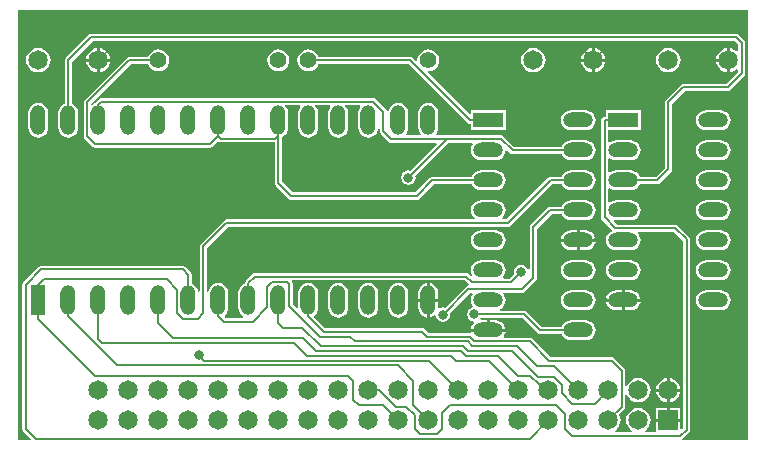
<source format=gbl>
%FSLAX24Y24*%
%MOIN*%
G70*
G01*
G75*
G04 Layer_Physical_Order=2*
G04 Layer_Color=16711680*
%ADD10C,0.0080*%
%ADD11O,0.1000X0.0500*%
%ADD12R,0.1000X0.0500*%
%ADD13C,0.0551*%
%ADD14C,0.0650*%
%ADD15R,0.0500X0.1000*%
%ADD16O,0.0500X0.1000*%
%ADD17R,0.0650X0.0650*%
%ADD18C,0.0320*%
G36*
X44667Y30333D02*
X42481D01*
X42467Y30380D01*
X42487Y30393D01*
Y30393D01*
X42487D01*
D01*
D01*
D01*
D01*
D01*
D01*
X42487D01*
D01*
X42487D01*
Y30393D01*
D01*
D01*
D01*
D01*
Y30393D01*
D01*
D01*
D01*
D01*
D01*
D01*
Y30393D01*
D01*
D01*
X42487D01*
D01*
D01*
D01*
X42697Y30603D01*
X42723Y30643D01*
X42732Y30690D01*
D01*
D01*
D01*
D01*
D01*
X42732D01*
D01*
D01*
D01*
D01*
Y30690D01*
X42732D01*
D01*
Y30690D01*
D01*
D01*
D01*
D01*
D01*
D01*
D01*
D01*
D01*
D01*
D01*
D01*
Y30690D01*
D01*
X42732D01*
D01*
D01*
D01*
D01*
X42732Y30690D01*
Y37030D01*
X42723Y37077D01*
X42697Y37117D01*
X42697Y37117D01*
D01*
D01*
D01*
D01*
X42697Y37117D01*
D01*
D01*
X42697D01*
X42327Y37487D01*
X42287Y37513D01*
X42240Y37522D01*
X40291D01*
X40185Y37628D01*
X40207Y37673D01*
X40250Y37667D01*
X40750D01*
X40836Y37678D01*
X40916Y37712D01*
X40985Y37765D01*
X41038Y37834D01*
X41072Y37914D01*
X41083Y38000D01*
X41072Y38086D01*
X41038Y38166D01*
X40985Y38235D01*
X40916Y38288D01*
X40836Y38322D01*
X40750Y38333D01*
X40250D01*
X40164Y38322D01*
X40084Y38288D01*
X40047Y38260D01*
X40002Y38282D01*
Y38718D01*
X40047Y38740D01*
X40084Y38712D01*
X40164Y38678D01*
X40250Y38667D01*
X40750D01*
X40836Y38678D01*
X40916Y38712D01*
X40985Y38765D01*
X41038Y38834D01*
X41057Y38878D01*
X41640D01*
X41687Y38887D01*
X41727Y38913D01*
Y38913D01*
X41727D01*
D01*
D01*
D01*
D01*
D01*
D01*
X41727D01*
D01*
X41727D01*
Y38913D01*
D01*
D01*
D01*
D01*
Y38913D01*
D01*
D01*
D01*
D01*
D01*
D01*
Y38913D01*
D01*
D01*
X41727D01*
D01*
D01*
D01*
X42087Y39273D01*
X42113Y39313D01*
X42122Y39360D01*
D01*
D01*
D01*
D01*
D01*
X42122D01*
D01*
D01*
D01*
D01*
Y39360D01*
X42122D01*
D01*
Y39360D01*
D01*
D01*
D01*
D01*
D01*
D01*
D01*
D01*
D01*
D01*
D01*
D01*
Y39360D01*
D01*
X42122D01*
D01*
D01*
D01*
D01*
X42122Y39360D01*
Y41549D01*
X42551Y41978D01*
X43990D01*
X44037Y41987D01*
X44077Y42013D01*
Y42013D01*
X44077D01*
D01*
D01*
D01*
D01*
D01*
D01*
X44077D01*
D01*
X44077D01*
Y42013D01*
D01*
D01*
D01*
D01*
Y42013D01*
D01*
D01*
D01*
D01*
D01*
D01*
Y42013D01*
D01*
D01*
X44077D01*
D01*
D01*
D01*
X44537Y42473D01*
X44563Y42513D01*
X44572Y42560D01*
D01*
D01*
D01*
D01*
D01*
X44572D01*
D01*
D01*
D01*
D01*
Y42560D01*
X44572D01*
D01*
Y42560D01*
D01*
D01*
D01*
D01*
D01*
D01*
D01*
D01*
D01*
D01*
D01*
D01*
Y42560D01*
D01*
X44572D01*
D01*
D01*
D01*
D01*
X44572Y42560D01*
Y43570D01*
X44563Y43617D01*
X44552Y43633D01*
X44537Y43657D01*
X44347Y43847D01*
X44307Y43873D01*
X44260Y43882D01*
X22760D01*
X22713Y43873D01*
X22673Y43847D01*
X21913Y43087D01*
X21887Y43047D01*
X21878Y43000D01*
Y41557D01*
X21834Y41538D01*
X21765Y41485D01*
X21712Y41416D01*
X21678Y41336D01*
X21667Y41250D01*
Y40750D01*
X21678Y40664D01*
X21712Y40584D01*
X21765Y40515D01*
X21834Y40462D01*
X21914Y40428D01*
X22000Y40417D01*
X22086Y40428D01*
X22166Y40462D01*
X22235Y40515D01*
X22288Y40584D01*
X22322Y40664D01*
X22333Y40750D01*
Y41250D01*
X22322Y41336D01*
X22288Y41416D01*
X22235Y41485D01*
X22166Y41538D01*
X22122Y41557D01*
Y42949D01*
X22811Y43638D01*
X44209D01*
X44328Y43519D01*
Y43316D01*
X44283Y43293D01*
X44204Y43354D01*
X44106Y43395D01*
X44050Y43402D01*
Y43000D01*
Y42598D01*
X44106Y42605D01*
X44204Y42646D01*
X44283Y42707D01*
X44328Y42684D01*
Y42611D01*
X43939Y42222D01*
X42500D01*
X42453Y42213D01*
X42413Y42187D01*
X41913Y41687D01*
X41887Y41647D01*
X41878Y41600D01*
Y39411D01*
X41589Y39122D01*
X41057D01*
X41038Y39166D01*
X40985Y39235D01*
X40916Y39288D01*
X40836Y39322D01*
X40750Y39333D01*
X40250D01*
X40164Y39322D01*
X40084Y39288D01*
X40047Y39260D01*
X40002Y39282D01*
Y39718D01*
X40047Y39740D01*
X40084Y39712D01*
X40164Y39678D01*
X40250Y39667D01*
X40750D01*
X40836Y39678D01*
X40916Y39712D01*
X40985Y39765D01*
X41038Y39834D01*
X41072Y39914D01*
X41083Y40000D01*
X41072Y40086D01*
X41038Y40166D01*
X40985Y40235D01*
X40916Y40288D01*
X40836Y40322D01*
X40750Y40333D01*
X40250D01*
X40164Y40322D01*
X40084Y40288D01*
X40047Y40260D01*
X40002Y40282D01*
Y40670D01*
X41080D01*
Y41330D01*
X39920D01*
Y41122D01*
X39880D01*
X39833Y41113D01*
X39793Y41087D01*
X39767Y41047D01*
X39758Y41000D01*
Y37760D01*
X39767Y37713D01*
X39793Y37673D01*
X40119Y37348D01*
X40109Y37299D01*
X40084Y37288D01*
X40015Y37235D01*
X39962Y37166D01*
X39928Y37086D01*
X39917Y37000D01*
X39928Y36914D01*
X39962Y36834D01*
X40015Y36765D01*
X40084Y36712D01*
X40164Y36678D01*
X40250Y36667D01*
X40750D01*
X40836Y36678D01*
X40916Y36712D01*
X40985Y36765D01*
X41038Y36834D01*
X41072Y36914D01*
X41083Y37000D01*
X41072Y37086D01*
X41038Y37166D01*
X40985Y37235D01*
X41000Y37278D01*
X42189D01*
X42488Y36979D01*
Y30741D01*
X42451Y30704D01*
X42405Y30723D01*
Y30950D01*
X41595D01*
Y30602D01*
X41225D01*
X41209Y30650D01*
X41289Y30711D01*
X41354Y30796D01*
X41395Y30894D01*
X41409Y31000D01*
X41395Y31106D01*
X41354Y31204D01*
X41289Y31289D01*
X41204Y31354D01*
X41106Y31395D01*
X41000Y31408D01*
X40894Y31395D01*
X40796Y31354D01*
X40711Y31289D01*
X40646Y31204D01*
X40605Y31106D01*
X40592Y31000D01*
X40605Y30894D01*
X40646Y30796D01*
X40711Y30711D01*
X40791Y30650D01*
X40775Y30602D01*
X40225D01*
X40209Y30650D01*
X40289Y30711D01*
X40354Y30796D01*
X40395Y30894D01*
X40408Y31000D01*
X40395Y31106D01*
X40361Y31188D01*
X40537Y31363D01*
X40563Y31403D01*
X40572Y31450D01*
Y31846D01*
X40621Y31856D01*
X40646Y31796D01*
X40711Y31711D01*
X40796Y31646D01*
X40894Y31605D01*
X41000Y31592D01*
X41106Y31605D01*
X41204Y31646D01*
X41289Y31711D01*
X41354Y31796D01*
X41395Y31894D01*
X41409Y32000D01*
X41395Y32106D01*
X41354Y32204D01*
X41289Y32289D01*
X41204Y32354D01*
X41106Y32395D01*
X41000Y32408D01*
X40894Y32395D01*
X40796Y32354D01*
X40711Y32289D01*
X40646Y32204D01*
X40621Y32144D01*
X40572Y32154D01*
Y32640D01*
X40563Y32687D01*
X40537Y32727D01*
X40537Y32727D01*
D01*
D01*
D01*
D01*
X40537Y32727D01*
D01*
D01*
X40537D01*
X40197Y33067D01*
X40157Y33093D01*
X40110Y33102D01*
X38092D01*
X37477Y33717D01*
X37438Y33743D01*
X37391Y33752D01*
X36532D01*
X36510Y33797D01*
X36538Y33834D01*
X36572Y33914D01*
X36576Y33950D01*
X35424D01*
X35424Y33945D01*
X35388Y33911D01*
X35381Y33912D01*
X34011D01*
X33887Y34037D01*
X33847Y34063D01*
X33800Y34072D01*
X30571D01*
X30202Y34441D01*
X30205Y34491D01*
X30235Y34515D01*
X30288Y34584D01*
X30322Y34664D01*
X30333Y34750D01*
Y35250D01*
X30322Y35336D01*
X30288Y35416D01*
X30235Y35485D01*
X30166Y35538D01*
X30086Y35572D01*
X30000Y35583D01*
X29914Y35572D01*
X29834Y35538D01*
X29765Y35485D01*
X29712Y35416D01*
X29678Y35336D01*
X29667Y35250D01*
Y34751D01*
X29621Y34732D01*
X29492Y34861D01*
Y35530D01*
X29483Y35577D01*
X29457Y35617D01*
X29457D01*
D01*
D01*
Y35617D01*
D01*
D01*
D01*
D01*
D01*
D01*
Y35617D01*
X29457D01*
D01*
D01*
D01*
X29474Y35658D01*
X35219D01*
X35363Y35513D01*
X35357Y35492D01*
X35340D01*
X35293Y35483D01*
X35277Y35472D01*
X35253Y35457D01*
X34550Y34753D01*
X34490Y34765D01*
X34396Y34746D01*
X34377Y34733D01*
X34333Y34757D01*
Y34950D01*
X34050D01*
Y34424D01*
X34086Y34428D01*
X34166Y34462D01*
X34207Y34493D01*
X34254Y34476D01*
X34264Y34426D01*
X34317Y34347D01*
X34396Y34294D01*
X34490Y34275D01*
X34584Y34294D01*
X34663Y34347D01*
X34716Y34426D01*
X34735Y34520D01*
X34723Y34580D01*
X35391Y35248D01*
X35468D01*
X35490Y35203D01*
X35462Y35166D01*
X35428Y35086D01*
X35417Y35000D01*
X35428Y34914D01*
X35462Y34834D01*
X35482Y34807D01*
X35465Y34760D01*
X35446Y34756D01*
X35367Y34703D01*
X35314Y34624D01*
X35295Y34530D01*
X35314Y34436D01*
X35367Y34357D01*
X35446Y34304D01*
X35512Y34291D01*
X35523Y34242D01*
X35515Y34235D01*
X35462Y34166D01*
X35428Y34086D01*
X35424Y34050D01*
X35950D01*
Y34333D01*
X35750D01*
X35750Y34333D01*
D01*
X35741Y34399D01*
X35747Y34408D01*
X37149D01*
X37643Y33913D01*
X37683Y33887D01*
X37730Y33878D01*
X38443D01*
X38462Y33834D01*
X38515Y33765D01*
X38584Y33712D01*
X38664Y33678D01*
X38750Y33667D01*
X39250D01*
X39336Y33678D01*
X39416Y33712D01*
X39485Y33765D01*
X39538Y33834D01*
X39572Y33914D01*
X39583Y34000D01*
X39572Y34086D01*
X39538Y34166D01*
X39485Y34235D01*
X39416Y34288D01*
X39336Y34322D01*
X39250Y34333D01*
X38750D01*
X38664Y34322D01*
X38584Y34288D01*
X38515Y34235D01*
X38462Y34166D01*
X38443Y34122D01*
X37781D01*
X37287Y34617D01*
X37247Y34643D01*
X37200Y34652D01*
X36401D01*
X36391Y34701D01*
X36416Y34712D01*
X36485Y34765D01*
X36538Y34834D01*
X36572Y34914D01*
X36583Y35000D01*
X36572Y35086D01*
X36538Y35166D01*
X36485Y35235D01*
X36490Y35248D01*
X37120D01*
X37167Y35257D01*
X37207Y35283D01*
Y35283D01*
X37207D01*
D01*
D01*
D01*
D01*
D01*
D01*
X37207D01*
D01*
X37207D01*
Y35283D01*
D01*
D01*
D01*
D01*
Y35283D01*
D01*
D01*
D01*
D01*
D01*
D01*
Y35283D01*
D01*
D01*
X37207D01*
D01*
D01*
D01*
X37587Y35663D01*
X37613Y35703D01*
X37622Y35750D01*
D01*
D01*
D01*
D01*
D01*
X37622D01*
D01*
D01*
D01*
D01*
Y35750D01*
X37622D01*
D01*
Y35750D01*
D01*
D01*
D01*
D01*
D01*
D01*
D01*
D01*
D01*
D01*
D01*
D01*
Y35750D01*
D01*
X37622D01*
D01*
D01*
D01*
D01*
X37622Y35750D01*
Y37389D01*
X38111Y37878D01*
X38443D01*
X38462Y37834D01*
X38515Y37765D01*
X38584Y37712D01*
X38664Y37678D01*
X38750Y37667D01*
X39250D01*
X39336Y37678D01*
X39416Y37712D01*
X39485Y37765D01*
X39538Y37834D01*
X39572Y37914D01*
X39583Y38000D01*
X39572Y38086D01*
X39538Y38166D01*
X39485Y38235D01*
X39416Y38288D01*
X39336Y38322D01*
X39250Y38333D01*
X38750D01*
X38664Y38322D01*
X38584Y38288D01*
X38515Y38235D01*
X38462Y38166D01*
X38443Y38122D01*
X38060D01*
X38013Y38113D01*
X37997Y38102D01*
X37973Y38087D01*
X37413Y37527D01*
X37387Y37487D01*
X37378Y37440D01*
Y36029D01*
X37328Y36025D01*
X37326Y36034D01*
X37273Y36113D01*
X37194Y36166D01*
X37100Y36185D01*
X37006Y36166D01*
X36927Y36113D01*
X36874Y36034D01*
X36855Y35940D01*
X36867Y35880D01*
X36709Y35722D01*
X36509D01*
X36487Y35767D01*
X36538Y35834D01*
X36572Y35914D01*
X36583Y36000D01*
X36572Y36086D01*
X36538Y36166D01*
X36485Y36235D01*
X36416Y36288D01*
X36336Y36322D01*
X36250Y36333D01*
X35750D01*
X35664Y36322D01*
X35584Y36288D01*
X35515Y36235D01*
X35462Y36166D01*
X35428Y36086D01*
X35417Y36000D01*
X35428Y35914D01*
X35462Y35834D01*
X35467Y35826D01*
X35430Y35793D01*
X35357Y35867D01*
X35317Y35893D01*
X35270Y35902D01*
X28220D01*
X28173Y35893D01*
X28133Y35867D01*
X27913Y35647D01*
X27887Y35607D01*
X27878Y35560D01*
Y35557D01*
X27834Y35538D01*
X27765Y35485D01*
X27712Y35416D01*
X27678Y35336D01*
X27667Y35250D01*
Y34750D01*
X27678Y34664D01*
X27712Y34584D01*
X27765Y34515D01*
X27834Y34462D01*
X27834Y34461D01*
X27825Y34412D01*
X27251D01*
X27213Y34450D01*
X27216Y34500D01*
X27235Y34515D01*
X27288Y34584D01*
X27322Y34664D01*
X27333Y34750D01*
Y35250D01*
X27322Y35336D01*
X27288Y35416D01*
X27235Y35485D01*
X27166Y35538D01*
X27086Y35572D01*
X27000Y35583D01*
X26914Y35572D01*
X26834Y35538D01*
X26765Y35485D01*
X26712Y35416D01*
X26678Y35336D01*
X26672Y35289D01*
X26622Y35292D01*
Y36749D01*
X27321Y37448D01*
X36650D01*
X36697Y37457D01*
X36737Y37483D01*
Y37483D01*
X36737D01*
D01*
D01*
D01*
D01*
D01*
D01*
X36737D01*
D01*
X36737D01*
Y37483D01*
D01*
D01*
D01*
D01*
Y37483D01*
D01*
D01*
D01*
D01*
D01*
D01*
Y37483D01*
D01*
D01*
X36737D01*
D01*
D01*
D01*
X38131Y38878D01*
X38443D01*
X38462Y38834D01*
X38515Y38765D01*
X38584Y38712D01*
X38664Y38678D01*
X38750Y38667D01*
X39250D01*
X39336Y38678D01*
X39416Y38712D01*
X39485Y38765D01*
X39538Y38834D01*
X39572Y38914D01*
X39583Y39000D01*
X39572Y39086D01*
X39538Y39166D01*
X39485Y39235D01*
X39416Y39288D01*
X39336Y39322D01*
X39250Y39333D01*
X38750D01*
X38664Y39322D01*
X38584Y39288D01*
X38515Y39235D01*
X38462Y39166D01*
X38443Y39122D01*
X38080D01*
X38033Y39113D01*
X37993Y39087D01*
X36599Y37692D01*
X36469D01*
X36453Y37740D01*
X36485Y37765D01*
X36538Y37834D01*
X36572Y37914D01*
X36583Y38000D01*
X36572Y38086D01*
X36538Y38166D01*
X36485Y38235D01*
X36416Y38288D01*
X36336Y38322D01*
X36250Y38333D01*
X35750D01*
X35664Y38322D01*
X35584Y38288D01*
X35515Y38235D01*
X35462Y38166D01*
X35428Y38086D01*
X35417Y38000D01*
X35428Y37914D01*
X35462Y37834D01*
X35515Y37765D01*
X35547Y37740D01*
X35531Y37692D01*
X27270D01*
X27223Y37683D01*
X27183Y37657D01*
X26413Y36887D01*
X26387Y36847D01*
X26378Y36800D01*
Y35292D01*
X26328Y35289D01*
X26322Y35336D01*
X26288Y35416D01*
X26235Y35485D01*
X26166Y35538D01*
X26122Y35557D01*
Y35840D01*
X26113Y35887D01*
X26102Y35903D01*
X26087Y35927D01*
X25897Y36117D01*
X25857Y36143D01*
X25810Y36152D01*
X21100D01*
X21053Y36143D01*
X21013Y36117D01*
X20503Y35607D01*
X20477Y35567D01*
X20468Y35520D01*
Y30720D01*
X20468Y30720D01*
X20468D01*
X20477Y30673D01*
X20503Y30633D01*
X20758Y30379D01*
X20739Y30333D01*
X20333D01*
Y44667D01*
X44667D01*
Y30333D01*
D02*
G37*
%LPC*%
G36*
X34050Y35576D02*
Y35050D01*
X34333D01*
Y35250D01*
X34322Y35336D01*
X34288Y35416D01*
X34235Y35485D01*
X34166Y35538D01*
X34086Y35572D01*
X34050Y35576D01*
D02*
G37*
G36*
X40450Y35333D02*
X40250D01*
X40164Y35322D01*
X40084Y35288D01*
X40015Y35235D01*
X39962Y35166D01*
X39928Y35086D01*
X39924Y35050D01*
X40450D01*
Y35333D01*
D02*
G37*
G36*
X41076Y34950D02*
X40550D01*
Y34667D01*
X40750D01*
X40836Y34678D01*
X40916Y34712D01*
X40985Y34765D01*
X41038Y34834D01*
X41072Y34914D01*
X41076Y34950D01*
D02*
G37*
G36*
X43750Y35333D02*
X43250D01*
X43164Y35322D01*
X43084Y35288D01*
X43015Y35235D01*
X42962Y35166D01*
X42928Y35086D01*
X42917Y35000D01*
X42928Y34914D01*
X42962Y34834D01*
X43015Y34765D01*
X43084Y34712D01*
X43164Y34678D01*
X43250Y34667D01*
X43750D01*
X43836Y34678D01*
X43916Y34712D01*
X43985Y34765D01*
X44038Y34834D01*
X44072Y34914D01*
X44083Y35000D01*
X44072Y35086D01*
X44038Y35166D01*
X43985Y35235D01*
X43916Y35288D01*
X43836Y35322D01*
X43750Y35333D01*
D02*
G37*
G36*
X33950Y35576D02*
X33914Y35572D01*
X33834Y35538D01*
X33765Y35485D01*
X33712Y35416D01*
X33678Y35336D01*
X33667Y35250D01*
Y35050D01*
X33950D01*
Y35576D01*
D02*
G37*
G36*
X40750Y35333D02*
X40550D01*
Y35050D01*
X41076D01*
X41072Y35086D01*
X41038Y35166D01*
X40985Y35235D01*
X40916Y35288D01*
X40836Y35322D01*
X40750Y35333D01*
D02*
G37*
G36*
X36250Y37333D02*
X35750D01*
X35664Y37322D01*
X35584Y37288D01*
X35515Y37235D01*
X35462Y37166D01*
X35428Y37086D01*
X35417Y37000D01*
X35428Y36914D01*
X35462Y36834D01*
X35515Y36765D01*
X35584Y36712D01*
X35664Y36678D01*
X35750Y36667D01*
X36250D01*
X36336Y36678D01*
X36416Y36712D01*
X36485Y36765D01*
X36538Y36834D01*
X36572Y36914D01*
X36583Y37000D01*
X36572Y37086D01*
X36538Y37166D01*
X36485Y37235D01*
X36416Y37288D01*
X36336Y37322D01*
X36250Y37333D01*
D02*
G37*
G36*
X38950Y36950D02*
X38424D01*
X38428Y36914D01*
X38462Y36834D01*
X38515Y36765D01*
X38584Y36712D01*
X38664Y36678D01*
X38750Y36667D01*
X38950D01*
Y36950D01*
D02*
G37*
G36*
X39576D02*
X39050D01*
Y36667D01*
X39250D01*
X39336Y36678D01*
X39416Y36712D01*
X39485Y36765D01*
X39538Y36834D01*
X39572Y36914D01*
X39576Y36950D01*
D02*
G37*
G36*
X39250Y36333D02*
X38750D01*
X38664Y36322D01*
X38584Y36288D01*
X38515Y36235D01*
X38462Y36166D01*
X38428Y36086D01*
X38417Y36000D01*
X38428Y35914D01*
X38462Y35834D01*
X38515Y35765D01*
X38584Y35712D01*
X38664Y35678D01*
X38750Y35667D01*
X39250D01*
X39336Y35678D01*
X39416Y35712D01*
X39485Y35765D01*
X39538Y35834D01*
X39572Y35914D01*
X39583Y36000D01*
X39572Y36086D01*
X39538Y36166D01*
X39485Y36235D01*
X39416Y36288D01*
X39336Y36322D01*
X39250Y36333D01*
D02*
G37*
G36*
X40750D02*
X40250D01*
X40164Y36322D01*
X40084Y36288D01*
X40015Y36235D01*
X39962Y36166D01*
X39928Y36086D01*
X39917Y36000D01*
X39928Y35914D01*
X39962Y35834D01*
X40015Y35765D01*
X40084Y35712D01*
X40164Y35678D01*
X40250Y35667D01*
X40750D01*
X40836Y35678D01*
X40916Y35712D01*
X40985Y35765D01*
X41038Y35834D01*
X41072Y35914D01*
X41083Y36000D01*
X41072Y36086D01*
X41038Y36166D01*
X40985Y36235D01*
X40916Y36288D01*
X40836Y36322D01*
X40750Y36333D01*
D02*
G37*
G36*
X43750D02*
X43250D01*
X43164Y36322D01*
X43084Y36288D01*
X43015Y36235D01*
X42962Y36166D01*
X42928Y36086D01*
X42917Y36000D01*
X42928Y35914D01*
X42962Y35834D01*
X43015Y35765D01*
X43084Y35712D01*
X43164Y35678D01*
X43250Y35667D01*
X43750D01*
X43836Y35678D01*
X43916Y35712D01*
X43985Y35765D01*
X44038Y35834D01*
X44072Y35914D01*
X44083Y36000D01*
X44072Y36086D01*
X44038Y36166D01*
X43985Y36235D01*
X43916Y36288D01*
X43836Y36322D01*
X43750Y36333D01*
D02*
G37*
G36*
X42402Y31950D02*
X42050D01*
Y31598D01*
X42106Y31605D01*
X42204Y31646D01*
X42289Y31711D01*
X42354Y31796D01*
X42395Y31894D01*
X42402Y31950D01*
D02*
G37*
G36*
X41950Y32402D02*
X41894Y32395D01*
X41796Y32354D01*
X41711Y32289D01*
X41646Y32204D01*
X41605Y32106D01*
X41598Y32050D01*
X41950D01*
Y32402D01*
D02*
G37*
G36*
X42050D02*
Y32050D01*
X42402D01*
X42395Y32106D01*
X42354Y32204D01*
X42289Y32289D01*
X42204Y32354D01*
X42106Y32395D01*
X42050Y32402D01*
D02*
G37*
G36*
X41950Y31405D02*
X41595D01*
Y31050D01*
X41950D01*
Y31405D01*
D02*
G37*
G36*
X42405D02*
X42050D01*
Y31050D01*
X42405D01*
Y31405D01*
D02*
G37*
G36*
X41950Y31950D02*
X41598D01*
X41605Y31894D01*
X41646Y31796D01*
X41711Y31711D01*
X41796Y31646D01*
X41894Y31605D01*
X41950Y31598D01*
Y31950D01*
D02*
G37*
G36*
X36250Y34333D02*
X36050D01*
Y34050D01*
X36576D01*
X36572Y34086D01*
X36538Y34166D01*
X36485Y34235D01*
X36416Y34288D01*
X36336Y34322D01*
X36250Y34333D01*
D02*
G37*
G36*
X33950Y34950D02*
X33667D01*
Y34750D01*
X33678Y34664D01*
X33712Y34584D01*
X33765Y34515D01*
X33834Y34462D01*
X33914Y34428D01*
X33950Y34424D01*
Y34950D01*
D02*
G37*
G36*
X39250Y35333D02*
X38750D01*
X38664Y35322D01*
X38584Y35288D01*
X38515Y35235D01*
X38462Y35166D01*
X38428Y35086D01*
X38417Y35000D01*
X38428Y34914D01*
X38462Y34834D01*
X38515Y34765D01*
X38584Y34712D01*
X38664Y34678D01*
X38750Y34667D01*
X39250D01*
X39336Y34678D01*
X39416Y34712D01*
X39485Y34765D01*
X39538Y34834D01*
X39572Y34914D01*
X39583Y35000D01*
X39572Y35086D01*
X39538Y35166D01*
X39485Y35235D01*
X39416Y35288D01*
X39336Y35322D01*
X39250Y35333D01*
D02*
G37*
G36*
X40450Y34950D02*
X39924D01*
X39928Y34914D01*
X39962Y34834D01*
X40015Y34765D01*
X40084Y34712D01*
X40164Y34678D01*
X40250Y34667D01*
X40450D01*
Y34950D01*
D02*
G37*
G36*
X31000Y35583D02*
X30914Y35572D01*
X30834Y35538D01*
X30765Y35485D01*
X30712Y35416D01*
X30678Y35336D01*
X30667Y35250D01*
Y34750D01*
X30678Y34664D01*
X30712Y34584D01*
X30765Y34515D01*
X30834Y34462D01*
X30914Y34428D01*
X31000Y34417D01*
X31086Y34428D01*
X31166Y34462D01*
X31235Y34515D01*
X31288Y34584D01*
X31322Y34664D01*
X31333Y34750D01*
Y35250D01*
X31322Y35336D01*
X31288Y35416D01*
X31235Y35485D01*
X31166Y35538D01*
X31086Y35572D01*
X31000Y35583D01*
D02*
G37*
G36*
X32000D02*
X31914Y35572D01*
X31834Y35538D01*
X31765Y35485D01*
X31712Y35416D01*
X31678Y35336D01*
X31667Y35250D01*
Y34750D01*
X31678Y34664D01*
X31712Y34584D01*
X31765Y34515D01*
X31834Y34462D01*
X31914Y34428D01*
X32000Y34417D01*
X32086Y34428D01*
X32166Y34462D01*
X32235Y34515D01*
X32288Y34584D01*
X32322Y34664D01*
X32333Y34750D01*
Y35250D01*
X32322Y35336D01*
X32288Y35416D01*
X32235Y35485D01*
X32166Y35538D01*
X32086Y35572D01*
X32000Y35583D01*
D02*
G37*
G36*
X33000D02*
X32914Y35572D01*
X32834Y35538D01*
X32765Y35485D01*
X32712Y35416D01*
X32678Y35336D01*
X32667Y35250D01*
Y34750D01*
X32678Y34664D01*
X32712Y34584D01*
X32765Y34515D01*
X32834Y34462D01*
X32914Y34428D01*
X33000Y34417D01*
X33086Y34428D01*
X33166Y34462D01*
X33235Y34515D01*
X33288Y34584D01*
X33322Y34664D01*
X33333Y34750D01*
Y35250D01*
X33322Y35336D01*
X33288Y35416D01*
X33235Y35485D01*
X33166Y35538D01*
X33086Y35572D01*
X33000Y35583D01*
D02*
G37*
G36*
X43950Y42950D02*
X43598D01*
X43605Y42894D01*
X43646Y42796D01*
X43711Y42711D01*
X43796Y42646D01*
X43894Y42605D01*
X43950Y42598D01*
Y42950D01*
D02*
G37*
G36*
X25000Y43359D02*
X24907Y43346D01*
X24821Y43311D01*
X24746Y43254D01*
X24689Y43179D01*
X24666Y43122D01*
X24030D01*
X23983Y43113D01*
X23943Y43087D01*
X22543Y41687D01*
X22517Y41647D01*
X22508Y41600D01*
Y40460D01*
X22508Y40460D01*
X22508Y40460D01*
X22517Y40413D01*
X22543Y40373D01*
X22793Y40123D01*
X22793Y40123D01*
X22793D01*
X22793Y40123D01*
D01*
X22793D01*
D01*
D01*
Y40123D01*
Y40123D01*
X22793Y40123D01*
D01*
D01*
X22793D01*
Y40123D01*
X22833Y40097D01*
X22880Y40088D01*
X26730D01*
X26777Y40097D01*
X26817Y40123D01*
Y40123D01*
X26817D01*
D01*
D01*
D01*
D01*
D01*
D01*
X26817D01*
D01*
X26817D01*
Y40123D01*
D01*
D01*
D01*
D01*
Y40123D01*
D01*
D01*
D01*
Y40123D01*
D01*
D01*
X26817D01*
D01*
D01*
D01*
X27000Y40307D01*
X27013Y40293D01*
X27053Y40267D01*
X27100Y40258D01*
X28878D01*
Y38910D01*
X28878Y38910D01*
X28878D01*
X28887Y38863D01*
X28913Y38823D01*
X29353Y38383D01*
X29393Y38357D01*
X29440Y38348D01*
X33610D01*
X33657Y38357D01*
X33697Y38383D01*
Y38383D01*
X33697D01*
D01*
D01*
D01*
D01*
D01*
D01*
X33697D01*
D01*
X33697D01*
Y38383D01*
D01*
D01*
D01*
D01*
Y38383D01*
D01*
D01*
D01*
Y38383D01*
D01*
D01*
X33697D01*
D01*
D01*
D01*
X34191Y38878D01*
X35443D01*
X35462Y38834D01*
X35515Y38765D01*
X35584Y38712D01*
X35664Y38678D01*
X35750Y38667D01*
X36250D01*
X36336Y38678D01*
X36416Y38712D01*
X36485Y38765D01*
X36538Y38834D01*
X36572Y38914D01*
X36583Y39000D01*
X36572Y39086D01*
X36538Y39166D01*
X36485Y39235D01*
X36416Y39288D01*
X36336Y39322D01*
X36250Y39333D01*
X35750D01*
X35664Y39322D01*
X35584Y39288D01*
X35515Y39235D01*
X35462Y39166D01*
X35443Y39122D01*
X34140D01*
X34093Y39113D01*
X34053Y39087D01*
X33559Y38592D01*
X29491D01*
X29122Y38961D01*
Y40443D01*
X29166Y40462D01*
X29235Y40515D01*
X29288Y40584D01*
X29322Y40664D01*
X29333Y40750D01*
Y41250D01*
X29322Y41336D01*
X29288Y41416D01*
X29235Y41485D01*
X29240Y41498D01*
X29718D01*
X29740Y41453D01*
X29712Y41416D01*
X29678Y41336D01*
X29667Y41250D01*
Y40750D01*
X29678Y40664D01*
X29712Y40584D01*
X29765Y40515D01*
X29834Y40462D01*
X29914Y40428D01*
X30000Y40417D01*
X30086Y40428D01*
X30166Y40462D01*
X30235Y40515D01*
X30288Y40584D01*
X30322Y40664D01*
X30333Y40750D01*
Y41250D01*
X30322Y41336D01*
X30288Y41416D01*
X30235Y41485D01*
X30240Y41498D01*
X30718D01*
X30740Y41453D01*
X30712Y41416D01*
X30678Y41336D01*
X30667Y41250D01*
Y40750D01*
X30678Y40664D01*
X30712Y40584D01*
X30765Y40515D01*
X30834Y40462D01*
X30914Y40428D01*
X31000Y40417D01*
X31086Y40428D01*
X31166Y40462D01*
X31235Y40515D01*
X31288Y40584D01*
X31322Y40664D01*
X31333Y40750D01*
Y41250D01*
X31322Y41336D01*
X31288Y41416D01*
X31235Y41485D01*
X31240Y41498D01*
X31718D01*
X31740Y41453D01*
X31712Y41416D01*
X31678Y41336D01*
X31667Y41250D01*
Y40750D01*
X31678Y40664D01*
X31712Y40584D01*
X31765Y40515D01*
X31834Y40462D01*
X31914Y40428D01*
X32000Y40417D01*
X32086Y40428D01*
X32166Y40462D01*
X32235Y40515D01*
X32288Y40584D01*
X32322Y40664D01*
X32328Y40711D01*
X32378Y40708D01*
Y40640D01*
X32378Y40640D01*
X32378D01*
X32387Y40593D01*
X32413Y40553D01*
X32683Y40283D01*
X32723Y40257D01*
X32770Y40248D01*
X34259D01*
X34278Y40201D01*
X33400Y39323D01*
X33340Y39335D01*
X33246Y39316D01*
X33167Y39263D01*
X33114Y39184D01*
X33095Y39090D01*
X33114Y38996D01*
X33167Y38917D01*
X33246Y38864D01*
X33340Y38845D01*
X33434Y38864D01*
X33513Y38917D01*
X33566Y38996D01*
X33585Y39090D01*
X33573Y39150D01*
X34671Y40248D01*
X35468D01*
X35490Y40203D01*
X35462Y40166D01*
X35428Y40086D01*
X35417Y40000D01*
X35428Y39914D01*
X35462Y39834D01*
X35515Y39765D01*
X35584Y39712D01*
X35664Y39678D01*
X35750Y39667D01*
X36250D01*
X36336Y39678D01*
X36416Y39712D01*
X36485Y39765D01*
X36538Y39834D01*
X36572Y39914D01*
X36582Y39992D01*
X36629Y40008D01*
X36723Y39913D01*
X36723Y39913D01*
X36723D01*
X36723Y39913D01*
D01*
X36723D01*
D01*
D01*
Y39913D01*
Y39913D01*
X36723Y39913D01*
D01*
D01*
X36723D01*
Y39913D01*
X36763Y39887D01*
X36810Y39878D01*
X38443D01*
X38462Y39834D01*
X38515Y39765D01*
X38584Y39712D01*
X38664Y39678D01*
X38750Y39667D01*
X39250D01*
X39336Y39678D01*
X39416Y39712D01*
X39485Y39765D01*
X39538Y39834D01*
X39572Y39914D01*
X39583Y40000D01*
X39572Y40086D01*
X39538Y40166D01*
X39485Y40235D01*
X39416Y40288D01*
X39336Y40322D01*
X39250Y40333D01*
X38750D01*
X38664Y40322D01*
X38584Y40288D01*
X38515Y40235D01*
X38462Y40166D01*
X38443Y40122D01*
X36861D01*
X36527Y40457D01*
X36487Y40483D01*
X36440Y40492D01*
X34275D01*
X34253Y40537D01*
X34288Y40584D01*
X34322Y40664D01*
X34333Y40750D01*
Y41250D01*
X34322Y41336D01*
X34288Y41416D01*
X34235Y41485D01*
X34166Y41538D01*
X34086Y41572D01*
X34000Y41583D01*
X33914Y41572D01*
X33834Y41538D01*
X33765Y41485D01*
X33712Y41416D01*
X33678Y41336D01*
X33667Y41250D01*
Y40750D01*
X33678Y40664D01*
X33712Y40584D01*
X33747Y40537D01*
X33725Y40492D01*
X33275D01*
X33253Y40537D01*
X33288Y40584D01*
X33322Y40664D01*
X33333Y40750D01*
Y41250D01*
X33322Y41336D01*
X33288Y41416D01*
X33235Y41485D01*
X33166Y41538D01*
X33086Y41572D01*
X33000Y41583D01*
X32914Y41572D01*
X32834Y41538D01*
X32765Y41485D01*
X32712Y41416D01*
X32678Y41336D01*
X32672Y41285D01*
X32622Y41283D01*
X32613Y41327D01*
X32587Y41367D01*
Y41367D01*
D01*
D01*
D01*
X32587D01*
X32587D01*
Y41367D01*
D01*
D01*
D01*
D01*
X32587D01*
D01*
D01*
D01*
X32587D01*
X32247Y41707D01*
X32207Y41733D01*
X32160Y41742D01*
X23100D01*
X23053Y41733D01*
X23013Y41707D01*
X22913Y41607D01*
X22887Y41567D01*
X22886Y41560D01*
X22834Y41538D01*
X22797Y41510D01*
X22752Y41532D01*
Y41549D01*
X24081Y42878D01*
X24666D01*
X24689Y42821D01*
X24746Y42746D01*
X24821Y42689D01*
X24907Y42654D01*
X25000Y42641D01*
X25093Y42654D01*
X25179Y42689D01*
X25254Y42746D01*
X25311Y42821D01*
X25346Y42907D01*
X25359Y43000D01*
X25346Y43093D01*
X25311Y43179D01*
X25254Y43254D01*
X25179Y43311D01*
X25093Y43346D01*
X25000Y43359D01*
D02*
G37*
G36*
X29000D02*
X28907Y43346D01*
X28821Y43311D01*
X28746Y43254D01*
X28689Y43179D01*
X28654Y43093D01*
X28641Y43000D01*
X28654Y42907D01*
X28689Y42821D01*
X28746Y42746D01*
X28821Y42689D01*
X28907Y42654D01*
X29000Y42641D01*
X29093Y42654D01*
X29179Y42689D01*
X29254Y42746D01*
X29311Y42821D01*
X29346Y42907D01*
X29359Y43000D01*
X29346Y43093D01*
X29311Y43179D01*
X29254Y43254D01*
X29179Y43311D01*
X29093Y43346D01*
X29000Y43359D01*
D02*
G37*
G36*
X23402Y42950D02*
X23050D01*
Y42598D01*
X23106Y42605D01*
X23204Y42646D01*
X23289Y42711D01*
X23354Y42796D01*
X23395Y42894D01*
X23402Y42950D01*
D02*
G37*
G36*
X39450D02*
X39098D01*
X39105Y42894D01*
X39146Y42796D01*
X39211Y42711D01*
X39296Y42646D01*
X39394Y42605D01*
X39450Y42598D01*
Y42950D01*
D02*
G37*
G36*
X39902D02*
X39550D01*
Y42598D01*
X39606Y42605D01*
X39704Y42646D01*
X39789Y42711D01*
X39854Y42796D01*
X39895Y42894D01*
X39902Y42950D01*
D02*
G37*
G36*
X39450Y43402D02*
X39394Y43395D01*
X39296Y43354D01*
X39211Y43289D01*
X39146Y43204D01*
X39105Y43106D01*
X39098Y43050D01*
X39450D01*
Y43402D01*
D02*
G37*
G36*
X39550D02*
Y43050D01*
X39902D01*
X39895Y43106D01*
X39854Y43204D01*
X39789Y43289D01*
X39704Y43354D01*
X39606Y43395D01*
X39550Y43402D01*
D02*
G37*
G36*
X43950D02*
X43894Y43395D01*
X43796Y43354D01*
X43711Y43289D01*
X43646Y43204D01*
X43605Y43106D01*
X43598Y43050D01*
X43950D01*
Y43402D01*
D02*
G37*
G36*
X34000Y43359D02*
X33907Y43346D01*
X33821Y43311D01*
X33746Y43254D01*
X33689Y43179D01*
X33654Y43093D01*
X33641Y43000D01*
X33642Y42998D01*
X33597Y42976D01*
X33487Y43087D01*
X33447Y43113D01*
X33400Y43122D01*
X30334D01*
X30311Y43179D01*
X30254Y43254D01*
X30179Y43311D01*
X30093Y43346D01*
X30000Y43359D01*
X29907Y43346D01*
X29821Y43311D01*
X29746Y43254D01*
X29689Y43179D01*
X29654Y43093D01*
X29641Y43000D01*
X29654Y42907D01*
X29689Y42821D01*
X29746Y42746D01*
X29821Y42689D01*
X29907Y42654D01*
X30000Y42641D01*
X30093Y42654D01*
X30179Y42689D01*
X30254Y42746D01*
X30311Y42821D01*
X30334Y42878D01*
X33349D01*
X35313Y40913D01*
X35313Y40913D01*
X35313D01*
X35313Y40913D01*
D01*
X35313D01*
D01*
D01*
Y40913D01*
Y40913D01*
X35313Y40913D01*
D01*
D01*
X35313D01*
Y40913D01*
X35353Y40887D01*
X35400Y40878D01*
X35420D01*
Y40670D01*
X36580D01*
Y41330D01*
X35420D01*
Y41218D01*
X35374Y41199D01*
X33976Y42597D01*
X33998Y42642D01*
X34000Y42641D01*
X34093Y42654D01*
X34179Y42689D01*
X34254Y42746D01*
X34311Y42821D01*
X34346Y42907D01*
X34359Y43000D01*
X34346Y43093D01*
X34311Y43179D01*
X34254Y43254D01*
X34179Y43311D01*
X34093Y43346D01*
X34000Y43359D01*
D02*
G37*
G36*
X22950Y43402D02*
X22894Y43395D01*
X22796Y43354D01*
X22711Y43289D01*
X22646Y43204D01*
X22605Y43106D01*
X22598Y43050D01*
X22950D01*
Y43402D01*
D02*
G37*
G36*
X23050D02*
Y43050D01*
X23402D01*
X23395Y43106D01*
X23354Y43204D01*
X23289Y43289D01*
X23204Y43354D01*
X23106Y43395D01*
X23050Y43402D01*
D02*
G37*
G36*
X22950Y42950D02*
X22598D01*
X22605Y42894D01*
X22646Y42796D01*
X22711Y42711D01*
X22796Y42646D01*
X22894Y42605D01*
X22950Y42598D01*
Y42950D01*
D02*
G37*
G36*
X43750Y38333D02*
X43250D01*
X43164Y38322D01*
X43084Y38288D01*
X43015Y38235D01*
X42962Y38166D01*
X42928Y38086D01*
X42917Y38000D01*
X42928Y37914D01*
X42962Y37834D01*
X43015Y37765D01*
X43084Y37712D01*
X43164Y37678D01*
X43250Y37667D01*
X43750D01*
X43836Y37678D01*
X43916Y37712D01*
X43985Y37765D01*
X44038Y37834D01*
X44072Y37914D01*
X44083Y38000D01*
X44072Y38086D01*
X44038Y38166D01*
X43985Y38235D01*
X43916Y38288D01*
X43836Y38322D01*
X43750Y38333D01*
D02*
G37*
G36*
Y39333D02*
X43250D01*
X43164Y39322D01*
X43084Y39288D01*
X43015Y39235D01*
X42962Y39166D01*
X42928Y39086D01*
X42917Y39000D01*
X42928Y38914D01*
X42962Y38834D01*
X43015Y38765D01*
X43084Y38712D01*
X43164Y38678D01*
X43250Y38667D01*
X43750D01*
X43836Y38678D01*
X43916Y38712D01*
X43985Y38765D01*
X44038Y38834D01*
X44072Y38914D01*
X44083Y39000D01*
X44072Y39086D01*
X44038Y39166D01*
X43985Y39235D01*
X43916Y39288D01*
X43836Y39322D01*
X43750Y39333D01*
D02*
G37*
G36*
Y40333D02*
X43250D01*
X43164Y40322D01*
X43084Y40288D01*
X43015Y40235D01*
X42962Y40166D01*
X42928Y40086D01*
X42917Y40000D01*
X42928Y39914D01*
X42962Y39834D01*
X43015Y39765D01*
X43084Y39712D01*
X43164Y39678D01*
X43250Y39667D01*
X43750D01*
X43836Y39678D01*
X43916Y39712D01*
X43985Y39765D01*
X44038Y39834D01*
X44072Y39914D01*
X44083Y40000D01*
X44072Y40086D01*
X44038Y40166D01*
X43985Y40235D01*
X43916Y40288D01*
X43836Y40322D01*
X43750Y40333D01*
D02*
G37*
G36*
Y37333D02*
X43250D01*
X43164Y37322D01*
X43084Y37288D01*
X43015Y37235D01*
X42962Y37166D01*
X42928Y37086D01*
X42917Y37000D01*
X42928Y36914D01*
X42962Y36834D01*
X43015Y36765D01*
X43084Y36712D01*
X43164Y36678D01*
X43250Y36667D01*
X43750D01*
X43836Y36678D01*
X43916Y36712D01*
X43985Y36765D01*
X44038Y36834D01*
X44072Y36914D01*
X44083Y37000D01*
X44072Y37086D01*
X44038Y37166D01*
X43985Y37235D01*
X43916Y37288D01*
X43836Y37322D01*
X43750Y37333D01*
D02*
G37*
G36*
X38950D02*
X38750D01*
X38664Y37322D01*
X38584Y37288D01*
X38515Y37235D01*
X38462Y37166D01*
X38428Y37086D01*
X38424Y37050D01*
X38950D01*
Y37333D01*
D02*
G37*
G36*
X39250D02*
X39050D01*
Y37050D01*
X39576D01*
X39572Y37086D01*
X39538Y37166D01*
X39485Y37235D01*
X39416Y37288D01*
X39336Y37322D01*
X39250Y37333D01*
D02*
G37*
G36*
X21000Y43408D02*
X20894Y43395D01*
X20796Y43354D01*
X20711Y43289D01*
X20646Y43204D01*
X20605Y43106D01*
X20592Y43000D01*
X20605Y42894D01*
X20646Y42796D01*
X20711Y42711D01*
X20796Y42646D01*
X20894Y42605D01*
X21000Y42592D01*
X21106Y42605D01*
X21204Y42646D01*
X21289Y42711D01*
X21354Y42796D01*
X21395Y42894D01*
X21408Y43000D01*
X21395Y43106D01*
X21354Y43204D01*
X21289Y43289D01*
X21204Y43354D01*
X21106Y43395D01*
X21000Y43408D01*
D02*
G37*
G36*
X37500D02*
X37394Y43395D01*
X37296Y43354D01*
X37211Y43289D01*
X37146Y43204D01*
X37105Y43106D01*
X37092Y43000D01*
X37105Y42894D01*
X37146Y42796D01*
X37211Y42711D01*
X37296Y42646D01*
X37394Y42605D01*
X37500Y42592D01*
X37606Y42605D01*
X37704Y42646D01*
X37789Y42711D01*
X37854Y42796D01*
X37895Y42894D01*
X37908Y43000D01*
X37895Y43106D01*
X37854Y43204D01*
X37789Y43289D01*
X37704Y43354D01*
X37606Y43395D01*
X37500Y43408D01*
D02*
G37*
G36*
X42000D02*
X41894Y43395D01*
X41796Y43354D01*
X41711Y43289D01*
X41646Y43204D01*
X41605Y43106D01*
X41592Y43000D01*
X41605Y42894D01*
X41646Y42796D01*
X41711Y42711D01*
X41796Y42646D01*
X41894Y42605D01*
X42000Y42592D01*
X42106Y42605D01*
X42204Y42646D01*
X42289Y42711D01*
X42354Y42796D01*
X42395Y42894D01*
X42408Y43000D01*
X42395Y43106D01*
X42354Y43204D01*
X42289Y43289D01*
X42204Y43354D01*
X42106Y43395D01*
X42000Y43408D01*
D02*
G37*
G36*
X21000Y41583D02*
X20914Y41572D01*
X20834Y41538D01*
X20765Y41485D01*
X20712Y41416D01*
X20678Y41336D01*
X20667Y41250D01*
Y40750D01*
X20678Y40664D01*
X20712Y40584D01*
X20765Y40515D01*
X20834Y40462D01*
X20914Y40428D01*
X21000Y40417D01*
X21086Y40428D01*
X21166Y40462D01*
X21235Y40515D01*
X21288Y40584D01*
X21322Y40664D01*
X21333Y40750D01*
Y41250D01*
X21322Y41336D01*
X21288Y41416D01*
X21235Y41485D01*
X21166Y41538D01*
X21086Y41572D01*
X21000Y41583D01*
D02*
G37*
G36*
X39250Y41333D02*
X38750D01*
X38664Y41322D01*
X38584Y41288D01*
X38515Y41235D01*
X38462Y41166D01*
X38428Y41086D01*
X38417Y41000D01*
X38428Y40914D01*
X38462Y40834D01*
X38515Y40765D01*
X38584Y40712D01*
X38664Y40678D01*
X38750Y40667D01*
X39250D01*
X39336Y40678D01*
X39416Y40712D01*
X39485Y40765D01*
X39538Y40834D01*
X39572Y40914D01*
X39583Y41000D01*
X39572Y41086D01*
X39538Y41166D01*
X39485Y41235D01*
X39416Y41288D01*
X39336Y41322D01*
X39250Y41333D01*
D02*
G37*
G36*
X43750D02*
X43250D01*
X43164Y41322D01*
X43084Y41288D01*
X43015Y41235D01*
X42962Y41166D01*
X42928Y41086D01*
X42917Y41000D01*
X42928Y40914D01*
X42962Y40834D01*
X43015Y40765D01*
X43084Y40712D01*
X43164Y40678D01*
X43250Y40667D01*
X43750D01*
X43836Y40678D01*
X43916Y40712D01*
X43985Y40765D01*
X44038Y40834D01*
X44072Y40914D01*
X44083Y41000D01*
X44072Y41086D01*
X44038Y41166D01*
X43985Y41235D01*
X43916Y41288D01*
X43836Y41322D01*
X43750Y41333D01*
D02*
G37*
%LPD*%
D10*
X34000Y34240D02*
Y35000D01*
Y34240D02*
X34240Y34000D01*
X37500D02*
X38080Y33420D01*
X39360D01*
X39750Y33810D01*
Y34910D01*
X39840Y35000D01*
X41600D02*
X42000Y34600D01*
X39500Y43000D02*
X39980Y43480D01*
X42210D01*
X42690Y43000D01*
X44000D01*
X23000D02*
X23510Y43510D01*
X38990D01*
X39500Y43000D01*
X39750Y35200D02*
Y36800D01*
X39550Y37000D02*
X39750Y36800D01*
X39520Y37000D02*
X39620Y37100D01*
Y42500D01*
X39500Y42620D02*
X39620Y42500D01*
X39500Y42620D02*
Y43000D01*
X34240Y34000D02*
X36000D01*
X37500D01*
X39840Y35000D02*
X39950D01*
X40500D01*
X41600D01*
X42000Y31000D02*
Y32000D01*
Y34600D01*
X39750Y35200D02*
X39950Y35000D01*
X39520Y37000D02*
X39550D01*
X22000Y41000D02*
Y43000D01*
X22760Y43760D01*
X44260D01*
X44450Y43570D01*
Y42560D02*
Y43570D01*
X43990Y42100D02*
X44450Y42560D01*
X42500Y42100D02*
X43990D01*
X42000Y41600D02*
X42500Y42100D01*
X42000Y39360D02*
Y41600D01*
X41640Y39000D02*
X42000Y39360D01*
X40500Y39000D02*
X41640D01*
X38080D02*
X39000D01*
X36650Y37570D02*
X38080Y39000D01*
X27270Y37570D02*
X36650D01*
X26500Y36800D02*
X27270Y37570D01*
X26500Y34560D02*
Y36800D01*
X26320Y34380D02*
X26500Y34560D01*
X25810Y34380D02*
X26320D01*
X25630Y34560D02*
X25810Y34380D01*
X25630Y34560D02*
Y35350D01*
X25280Y35700D02*
X25630Y35350D01*
X21180Y35700D02*
X25280D01*
X21000Y35520D02*
X21180Y35700D01*
X23000Y33700D02*
Y35000D01*
Y33700D02*
X23115Y33585D01*
X29515D01*
X29950Y33150D01*
X34768D01*
X34928Y32990D01*
X36010D01*
X37000Y32000D01*
X40000Y31000D02*
X40450Y31450D01*
Y32640D01*
X40110Y32980D02*
X40450Y32640D01*
X38041Y32980D02*
X40110D01*
X37391Y33630D02*
X38041Y32980D01*
X35541Y33630D02*
X37391D01*
X35381Y33790D02*
X35541Y33630D01*
X33960Y33790D02*
X35381D01*
X33800Y33950D02*
X33960Y33790D01*
X30520Y33950D02*
X33800D01*
X30000Y34470D02*
X30520Y33950D01*
X30000Y34470D02*
Y35000D01*
X39880Y41000D02*
X40500D01*
X39880Y37760D02*
Y41000D01*
Y37760D02*
X40240Y37400D01*
X42240D01*
X42610Y37030D01*
Y30690D02*
Y37030D01*
X42400Y30480D02*
X42610Y30690D01*
X38790Y30480D02*
X42400D01*
X38550Y30720D02*
X38790Y30480D01*
X38550Y30720D02*
Y31200D01*
X38250Y31500D02*
X38550Y31200D01*
X34720Y31500D02*
X38250D01*
X34450Y31230D02*
X34720Y31500D01*
X34450Y30720D02*
Y31230D01*
X34280Y30550D02*
X34450Y30720D01*
X33720Y30550D02*
X34280D01*
X33550Y30720D02*
X33720Y30550D01*
X33550Y30720D02*
Y31160D01*
X33260Y31450D02*
X33550Y31160D01*
X32910Y31450D02*
X33260D01*
X32360Y32000D02*
X32910Y31450D01*
X32000Y32000D02*
X32360D01*
X29000Y38910D02*
X29440Y38470D01*
X33610D01*
X34140Y39000D01*
X36000D01*
X36810Y40000D02*
X39000D01*
X32500Y40640D02*
X32770Y40370D01*
X32500Y40640D02*
Y41280D01*
X32160Y41620D02*
X32500Y41280D01*
X23100Y41620D02*
X32160D01*
X23000Y41520D02*
X23100Y41620D01*
X23000Y41000D02*
Y41520D01*
X36440Y40370D02*
X36810Y40000D01*
X25000Y34240D02*
Y35000D01*
Y34240D02*
X25490Y33750D01*
X29810D01*
X30250Y33310D01*
X35088D01*
X35248Y33150D01*
X36318D01*
X36989Y32479D01*
X37395D01*
X37677Y32197D01*
X37803D01*
X38000Y32000D01*
X24030Y43000D02*
X25000D01*
X22630Y41600D02*
X24030Y43000D01*
X22630Y40460D02*
Y41600D01*
Y40460D02*
X22880Y40210D01*
X26730D01*
X27000Y40480D01*
Y41000D01*
Y40480D02*
X27100Y40380D01*
X28900D01*
X37730Y34000D02*
X39000D01*
X37200Y34530D02*
X37730Y34000D01*
X35540Y34530D02*
X37200D01*
X30000Y43000D02*
X33400D01*
X35400Y41000D01*
X36000D01*
X38060Y38000D02*
X39000D01*
X37500Y37440D02*
X38060Y38000D01*
X37500Y35750D02*
Y37440D01*
X37120Y35370D02*
X37500Y35750D01*
X35340Y35370D02*
X37120D01*
X34490Y34520D02*
X35340Y35370D01*
X32500Y31500D02*
X33000Y31000D01*
X31680Y31500D02*
X32500D01*
X31500Y31680D02*
X31680Y31500D01*
X31500Y31680D02*
Y32320D01*
X31330Y32490D02*
X31500Y32320D01*
X22890Y32490D02*
X31330D01*
X21000Y34380D02*
X22890Y32490D01*
X33500Y31500D02*
X34000Y31000D01*
X33500Y31500D02*
Y32320D01*
X32990Y32830D02*
X33500Y32320D01*
X23640Y32830D02*
X32990D01*
X22000Y34470D02*
X23640Y32830D01*
X22000Y34470D02*
Y35000D01*
X26370Y33160D02*
X26540Y32990D01*
X34010D01*
X35000Y32000D01*
X37380Y30380D02*
X38000Y31000D01*
X20930Y30380D02*
X37380D01*
X20590Y30720D02*
X20930Y30380D01*
X20590Y30720D02*
Y35520D01*
X21100Y36030D01*
X25810D01*
X26000Y35840D01*
Y35000D02*
Y35840D01*
X38201Y32799D02*
X39000Y32000D01*
X37630Y32799D02*
X38201D01*
X36959Y33470D02*
X37630Y32799D01*
X35474Y33470D02*
X36959D01*
X35314Y33630D02*
X35474Y33470D01*
X31560Y33630D02*
X35314D01*
X31400Y33790D02*
X31560Y33630D01*
X30390Y33790D02*
X31400D01*
X29370Y34810D02*
X30390Y33790D01*
X29370Y34810D02*
Y35530D01*
X29280Y35620D02*
X29370Y35530D01*
X28800Y35620D02*
X29280D01*
X28630Y35450D02*
X28800Y35620D01*
X28630Y34760D02*
Y35450D01*
X28160Y34290D02*
X28630Y34760D01*
X27200Y34290D02*
X28160D01*
X27000Y34490D02*
X27200Y34290D01*
X27000Y34490D02*
Y35000D01*
X28000D02*
Y35560D01*
X28220Y35780D01*
X35270D01*
X35450Y35600D01*
X36760D01*
X37100Y35940D01*
X39555Y31555D02*
X40000Y32000D01*
X38785Y31555D02*
X39555D01*
X38445Y31895D02*
X38785Y31555D01*
X38445Y31895D02*
Y32184D01*
X38184Y32445D02*
X38445Y32184D01*
X37665Y32445D02*
X38184D01*
X36800Y33310D02*
X37665Y32445D01*
X35314Y33310D02*
X36800D01*
X35154Y33470D02*
X35314Y33310D01*
X30410Y33470D02*
X35154D01*
X29800Y34080D02*
X30410Y33470D01*
X29160Y34080D02*
X29800D01*
X29000Y34240D02*
X29160Y34080D01*
X29000Y34240D02*
Y35000D01*
X28900Y40380D02*
X29000Y40480D01*
Y38910D02*
Y40480D01*
Y41000D01*
X21000Y34380D02*
Y35000D01*
Y35520D01*
X32770Y40370D02*
X34620D01*
X36440D01*
X33340Y39090D02*
X34620Y40370D01*
D11*
X43500Y35000D02*
D03*
Y36000D02*
D03*
Y37000D02*
D03*
Y38000D02*
D03*
Y39000D02*
D03*
Y40000D02*
D03*
Y41000D02*
D03*
X40500Y35000D02*
D03*
Y36000D02*
D03*
Y37000D02*
D03*
Y38000D02*
D03*
Y39000D02*
D03*
Y40000D02*
D03*
X36000D02*
D03*
Y39000D02*
D03*
Y38000D02*
D03*
Y37000D02*
D03*
Y34000D02*
D03*
X39000Y41000D02*
D03*
Y40000D02*
D03*
Y39000D02*
D03*
Y38000D02*
D03*
Y37000D02*
D03*
Y36000D02*
D03*
Y35000D02*
D03*
Y34000D02*
D03*
X36000Y36000D02*
D03*
Y35000D02*
D03*
D12*
X40500Y41000D02*
D03*
X36000D02*
D03*
D13*
X29000Y43000D02*
D03*
X25000D02*
D03*
X30000D02*
D03*
X34000D02*
D03*
D14*
X21000D02*
D03*
X23000D02*
D03*
X37500D02*
D03*
X39500D02*
D03*
X42000D02*
D03*
X44000D02*
D03*
X23000Y31000D02*
D03*
X24000D02*
D03*
X25000D02*
D03*
X26000D02*
D03*
X27000D02*
D03*
X28000D02*
D03*
X29000D02*
D03*
X30000D02*
D03*
X31000D02*
D03*
X32000D02*
D03*
X33000D02*
D03*
X34000D02*
D03*
X35000D02*
D03*
X36000D02*
D03*
X37000D02*
D03*
X38000D02*
D03*
X39000D02*
D03*
X40000D02*
D03*
X41000D02*
D03*
X23000Y32000D02*
D03*
X24000D02*
D03*
X25000D02*
D03*
X26000D02*
D03*
X27000D02*
D03*
X28000D02*
D03*
X29000D02*
D03*
X30000D02*
D03*
X31000D02*
D03*
X32000D02*
D03*
X33000D02*
D03*
X34000D02*
D03*
X35000D02*
D03*
X36000D02*
D03*
X37000D02*
D03*
X38000D02*
D03*
X39000D02*
D03*
X40000D02*
D03*
X41000D02*
D03*
X42000D02*
D03*
D15*
X21000Y35000D02*
D03*
D16*
X22000D02*
D03*
X23000D02*
D03*
X24000D02*
D03*
X25000D02*
D03*
X26000D02*
D03*
X27000D02*
D03*
X28000D02*
D03*
X29000D02*
D03*
X30000D02*
D03*
X31000D02*
D03*
X32000D02*
D03*
X33000D02*
D03*
X34000D02*
D03*
X21000Y41000D02*
D03*
X22000D02*
D03*
X23000D02*
D03*
X24000D02*
D03*
X25000D02*
D03*
X26000D02*
D03*
X27000D02*
D03*
X28000D02*
D03*
X29000D02*
D03*
X30000D02*
D03*
X31000D02*
D03*
X32000D02*
D03*
X33000D02*
D03*
X34000D02*
D03*
D17*
X42000Y31000D02*
D03*
D18*
X33340Y39090D02*
D03*
X35540Y34530D02*
D03*
X34490Y34520D02*
D03*
X26370Y33160D02*
D03*
X37100Y35940D02*
D03*
M02*

</source>
